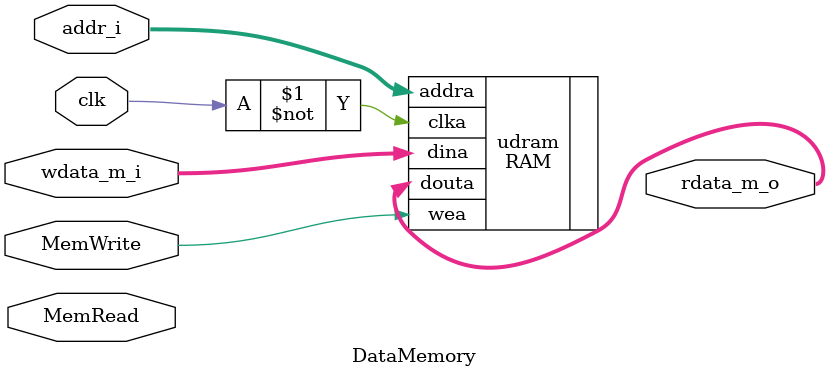
<source format=v>
`timescale 1ns / 1ps


module DataMemory(
input clk,
input MemRead, MemWrite,
input [13:0] addr_i,
input [31:0] wdata_m_i,
output [31:0] rdata_m_o
    );
    
    RAM udram(.clka(~clk), .wea(MemWrite), .addra(addr_i), .dina(wdata_m_i), .douta(rdata_m_o));
endmodule

</source>
